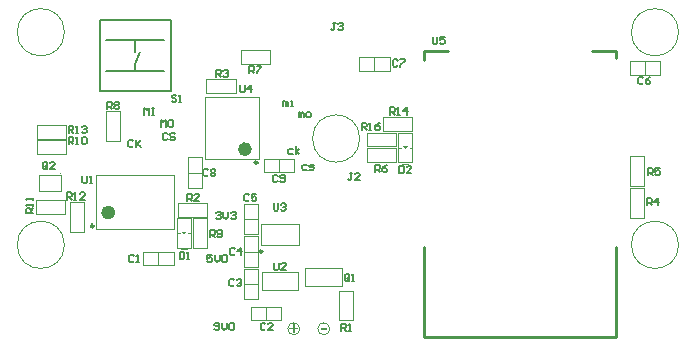
<source format=gbr>
%TF.GenerationSoftware,Altium Limited,Altium Designer,20.1.8 (145)*%
G04 Layer_Color=16777215*
%FSLAX45Y45*%
%MOMM*%
%TF.SameCoordinates,F0989897-1A12-473C-90C7-768902EF80F2*%
%TF.FilePolarity,Positive*%
%TF.FileFunction,Legend,Top*%
%TF.Part,Single*%
G01*
G75*
%TA.AperFunction,NonConductor*%
%ADD39C,0.12700*%
%ADD45C,0.10160*%
%ADD46C,0.60000*%
%ADD47C,0.25000*%
%ADD48C,0.25400*%
%ADD49C,0.20320*%
%ADD50C,0.20000*%
G36*
X1412580Y888276D02*
X1389466Y911390D01*
X1435694D01*
X1412580Y888276D01*
D02*
G37*
G36*
X3286760Y1611336D02*
X3263646Y1634450D01*
X3309874D01*
X3286760Y1611336D01*
D02*
G37*
G36*
X2620597Y81148D02*
X2571164D01*
Y97125D01*
X2620597D01*
Y81148D01*
D02*
G37*
G36*
X2348464Y96302D02*
X2379407D01*
Y83299D01*
X2348464D01*
Y52027D01*
X2335297D01*
Y83299D01*
X2304353D01*
Y96302D01*
X2335297D01*
Y127245D01*
X2348464D01*
Y96302D01*
D02*
G37*
D39*
X2451373Y1479065D02*
X2419633D01*
X2409053Y1468485D01*
Y1447325D01*
X2419633Y1436745D01*
X2451373D01*
X2472533D02*
X2504273D01*
X2514852Y1447325D01*
X2504273Y1457905D01*
X2483113D01*
X2472533Y1468485D01*
X2483113Y1479065D01*
X2514852D01*
X2381973Y1879759D02*
Y1922079D01*
X2392553D01*
X2403133Y1911499D01*
Y1879759D01*
Y1911499D01*
X2413713Y1922079D01*
X2424293Y1911499D01*
Y1879759D01*
X2456033D02*
X2477193D01*
X2487773Y1890339D01*
Y1911499D01*
X2477193Y1922079D01*
X2456033D01*
X2445453Y1911499D01*
Y1890339D01*
X2456033Y1879759D01*
X2253824Y1971090D02*
Y2013409D01*
X2264404D01*
X2274984Y2002830D01*
Y1971090D01*
Y2002830D01*
X2285564Y2013409D01*
X2296143Y2002830D01*
Y1971090D01*
X2317303D02*
X2338463D01*
X2327883D01*
Y2013409D01*
X2317303D01*
X2337097Y1612250D02*
X2305357D01*
X2294777Y1601670D01*
Y1580510D01*
X2305357Y1569930D01*
X2337097D01*
X2358256D02*
Y1633409D01*
Y1591090D02*
X2389996Y1612250D01*
X2358256Y1591090D02*
X2389996Y1569930D01*
X1273866Y1737584D02*
X1263286Y1748164D01*
X1242126D01*
X1231546Y1737584D01*
Y1695264D01*
X1242126Y1684684D01*
X1263286D01*
X1273866Y1695264D01*
X1337346Y1737584D02*
X1326766Y1748164D01*
X1305606D01*
X1295026Y1737584D01*
Y1727004D01*
X1305606Y1716424D01*
X1326766D01*
X1337346Y1705844D01*
Y1695264D01*
X1326766Y1684684D01*
X1305606D01*
X1295026Y1695264D01*
X1217658Y1795000D02*
Y1858480D01*
X1238817Y1837320D01*
X1259977Y1858480D01*
Y1795000D01*
X1312877Y1858480D02*
X1291717D01*
X1281137Y1847900D01*
Y1805580D01*
X1291717Y1795000D01*
X1312877D01*
X1323457Y1805580D01*
Y1847900D01*
X1312877Y1858480D01*
X1075461Y1896388D02*
Y1959868D01*
X1096621Y1938708D01*
X1117781Y1959868D01*
Y1896388D01*
X1138941Y1959868D02*
X1160100D01*
X1149520D01*
Y1896388D01*
X1138941D01*
X1160100D01*
X984683Y1677510D02*
X974103Y1688090D01*
X952943D01*
X942363Y1677510D01*
Y1635190D01*
X952943Y1624610D01*
X974103D01*
X984683Y1635190D01*
X1005843Y1688090D02*
Y1624610D01*
Y1645770D01*
X1048162Y1688090D01*
X1016422Y1656350D01*
X1048162Y1624610D01*
X2743749Y71902D02*
Y132842D01*
X2774219D01*
X2784376Y122685D01*
Y102372D01*
X2774219Y92215D01*
X2743749D01*
X2764063D02*
X2784376Y71902D01*
X2804689D02*
X2825003D01*
X2814846D01*
Y132842D01*
X2804689Y122685D01*
X2812691Y504901D02*
Y545528D01*
X2802534Y555685D01*
X2782220D01*
X2772064Y545528D01*
Y504901D01*
X2782220Y494745D01*
X2802534D01*
X2792377Y515058D02*
X2812691Y494745D01*
X2802534D02*
X2812691Y504901D01*
X2833004Y494745D02*
X2853317D01*
X2843161D01*
Y555685D01*
X2833004Y545528D01*
X1682319Y1071187D02*
X1692899Y1081766D01*
X1714059D01*
X1724639Y1071187D01*
Y1060607D01*
X1714059Y1050027D01*
X1703479D01*
X1714059D01*
X1724639Y1039447D01*
Y1028867D01*
X1714059Y1018287D01*
X1692899D01*
X1682319Y1028867D01*
X1745799Y1081766D02*
Y1039447D01*
X1766958Y1018287D01*
X1788118Y1039447D01*
Y1081766D01*
X1809278Y1071187D02*
X1819858Y1081766D01*
X1841018D01*
X1851598Y1071187D01*
Y1060607D01*
X1841018Y1050027D01*
X1830438D01*
X1841018D01*
X1851598Y1039447D01*
Y1028867D01*
X1841018Y1018287D01*
X1819858D01*
X1809278Y1028867D01*
X1670439Y88776D02*
X1681019Y78196D01*
X1702179D01*
X1712759Y88776D01*
Y131096D01*
X1702179Y141676D01*
X1681019D01*
X1670439Y131096D01*
Y120516D01*
X1681019Y109936D01*
X1712759D01*
X1733919Y141676D02*
Y99356D01*
X1755079Y78196D01*
X1776239Y99356D01*
Y141676D01*
X1797398Y131096D02*
X1807978Y141676D01*
X1829138D01*
X1839718Y131096D01*
Y88776D01*
X1829138Y78196D01*
X1807978D01*
X1797398Y88776D01*
Y131096D01*
X1649952Y715369D02*
X1607632D01*
Y683630D01*
X1628792Y694210D01*
X1639372D01*
X1649952Y683630D01*
Y662470D01*
X1639372Y651890D01*
X1618212D01*
X1607632Y662470D01*
X1671112Y715369D02*
Y673050D01*
X1692271Y651890D01*
X1713431Y673050D01*
Y715369D01*
X1734591Y704790D02*
X1745171Y715369D01*
X1766331D01*
X1776911Y704790D01*
Y662470D01*
X1766331Y651890D01*
X1745171D01*
X1734591Y662470D01*
Y704790D01*
X2917750Y1773693D02*
Y1834633D01*
X2948220D01*
X2958377Y1824476D01*
Y1804163D01*
X2948220Y1794006D01*
X2917750D01*
X2938064D02*
X2958377Y1773693D01*
X2978691D02*
X2999004D01*
X2988847D01*
Y1834633D01*
X2978691Y1824476D01*
X3070101Y1834633D02*
X3049787Y1824476D01*
X3029474Y1804163D01*
Y1783850D01*
X3039631Y1773693D01*
X3059944D01*
X3070101Y1783850D01*
Y1794006D01*
X3059944Y1804163D01*
X3029474D01*
X3235977Y1466630D02*
Y1405689D01*
X3266447D01*
X3276603Y1415846D01*
Y1456473D01*
X3266447Y1466630D01*
X3235977D01*
X3337543Y1405689D02*
X3296917D01*
X3337543Y1446316D01*
Y1456473D01*
X3327387Y1466630D01*
X3307073D01*
X3296917Y1456473D01*
X3156847Y1903015D02*
Y1963955D01*
X3187317D01*
X3197473Y1953798D01*
Y1933485D01*
X3187317Y1923328D01*
X3156847D01*
X3177160D02*
X3197473Y1903015D01*
X3217787D02*
X3238100D01*
X3227944D01*
Y1963955D01*
X3217787Y1953798D01*
X3299040Y1903015D02*
Y1963955D01*
X3268570Y1933485D01*
X3309197D01*
X1347777Y2060071D02*
X1337620Y2070228D01*
X1317306D01*
X1307150Y2060071D01*
Y2049914D01*
X1317306Y2039758D01*
X1337620D01*
X1347777Y2029601D01*
Y2019444D01*
X1337620Y2009288D01*
X1317306D01*
X1307150Y2019444D01*
X1368090Y2009288D02*
X1388403D01*
X1378247D01*
Y2070228D01*
X1368090Y2060071D01*
X2837916Y1409750D02*
X2817603D01*
X2827760D01*
Y1358967D01*
X2817603Y1348810D01*
X2807446D01*
X2797290Y1358967D01*
X2898857Y1348810D02*
X2858230D01*
X2898857Y1389437D01*
Y1399593D01*
X2888700Y1409750D01*
X2868386D01*
X2858230Y1399593D01*
X435749Y1747620D02*
Y1808561D01*
X466219D01*
X476375Y1798404D01*
Y1778090D01*
X466219Y1767934D01*
X435749D01*
X456062D02*
X476375Y1747620D01*
X496689D02*
X517002D01*
X506846D01*
Y1808561D01*
X496689Y1798404D01*
X547472D02*
X557629Y1808561D01*
X577942D01*
X588099Y1798404D01*
Y1788247D01*
X577942Y1778090D01*
X567786D01*
X577942D01*
X588099Y1767934D01*
Y1757777D01*
X577942Y1747620D01*
X557629D01*
X547472Y1757777D01*
X255286Y1453882D02*
Y1494508D01*
X245130Y1504665D01*
X224816D01*
X214659Y1494508D01*
Y1453882D01*
X224816Y1443725D01*
X245130D01*
X234973Y1464038D02*
X255286Y1443725D01*
X245130D02*
X255286Y1453882D01*
X316226Y1443725D02*
X275600D01*
X316226Y1484352D01*
Y1494508D01*
X306070Y1504665D01*
X285756D01*
X275600Y1494508D01*
X420016Y1182016D02*
Y1242957D01*
X450487D01*
X460643Y1232800D01*
Y1212487D01*
X450487Y1202330D01*
X420016D01*
X440330D02*
X460643Y1182016D01*
X480957D02*
X501270D01*
X491113D01*
Y1242957D01*
X480957Y1232800D01*
X572367Y1182016D02*
X531740D01*
X572367Y1222643D01*
Y1232800D01*
X562210Y1242957D01*
X541897D01*
X531740Y1232800D01*
X134350Y1067376D02*
X73410D01*
Y1097846D01*
X83567Y1108003D01*
X103880D01*
X114037Y1097846D01*
Y1067376D01*
Y1087689D02*
X134350Y1108003D01*
Y1128316D02*
Y1148630D01*
Y1138473D01*
X73410D01*
X83567Y1128316D01*
X134350Y1179100D02*
Y1199413D01*
Y1189256D01*
X73410D01*
X83567Y1179100D01*
X434924Y1649457D02*
Y1710397D01*
X465394D01*
X475550Y1700241D01*
Y1679927D01*
X465394Y1669771D01*
X434924D01*
X455237D02*
X475550Y1649457D01*
X495864D02*
X516177D01*
X506021D01*
Y1710397D01*
X495864Y1700241D01*
X546647D02*
X556804Y1710397D01*
X577117D01*
X587274Y1700241D01*
Y1659614D01*
X577117Y1649457D01*
X556804D01*
X546647Y1659614D01*
Y1700241D01*
X1632273Y864717D02*
Y925657D01*
X1662743D01*
X1672900Y915500D01*
Y895187D01*
X1662743Y885030D01*
X1632273D01*
X1652586D02*
X1672900Y864717D01*
X1693213Y874874D02*
X1703370Y864717D01*
X1723683D01*
X1733840Y874874D01*
Y915500D01*
X1723683Y925657D01*
X1703370D01*
X1693213Y915500D01*
Y905344D01*
X1703370Y895187D01*
X1733840D01*
X1375671Y739831D02*
Y678891D01*
X1406141D01*
X1416298Y689047D01*
Y729674D01*
X1406141Y739831D01*
X1375671D01*
X1436611Y678891D02*
X1456924D01*
X1446768D01*
Y739831D01*
X1436611Y729674D01*
X762104Y1949514D02*
Y2010454D01*
X792574D01*
X802731Y2000298D01*
Y1979984D01*
X792574Y1969828D01*
X762104D01*
X782418D02*
X802731Y1949514D01*
X823044Y2000298D02*
X833201Y2010454D01*
X853514D01*
X863671Y2000298D01*
Y1990141D01*
X853514Y1979984D01*
X863671Y1969828D01*
Y1959671D01*
X853514Y1949514D01*
X833201D01*
X823044Y1959671D01*
Y1969828D01*
X833201Y1979984D01*
X823044Y1990141D01*
Y2000298D01*
X833201Y1979984D02*
X853514D01*
X1965977Y2252990D02*
Y2313930D01*
X1996447D01*
X2006603Y2303773D01*
Y2283460D01*
X1996447Y2273303D01*
X1965977D01*
X1986290D02*
X2006603Y2252990D01*
X2026917Y2313930D02*
X2067543D01*
Y2303773D01*
X2026917Y2263147D01*
Y2252990D01*
X3517737Y2563089D02*
Y2512305D01*
X3527894Y2502149D01*
X3548207D01*
X3558364Y2512305D01*
Y2563089D01*
X3619304D02*
X3578677D01*
Y2532619D01*
X3598991Y2542775D01*
X3609147D01*
X3619304Y2532619D01*
Y2512305D01*
X3609147Y2502149D01*
X3588834D01*
X3578677Y2512305D01*
X1889091Y2151538D02*
Y2100755D01*
X1899248Y2090598D01*
X1919561D01*
X1929718Y2100755D01*
Y2151538D01*
X1980502Y2090598D02*
Y2151538D01*
X1950031Y2121068D01*
X1990658D01*
X2171941Y1150132D02*
Y1099348D01*
X2182097Y1089192D01*
X2202411D01*
X2212567Y1099348D01*
Y1150132D01*
X2232881Y1139975D02*
X2243037Y1150132D01*
X2263351D01*
X2273508Y1139975D01*
Y1129818D01*
X2263351Y1119662D01*
X2253194D01*
X2263351D01*
X2273508Y1109505D01*
Y1099348D01*
X2263351Y1089192D01*
X2243037D01*
X2232881Y1099348D01*
X2173046Y647306D02*
Y596522D01*
X2183203Y586366D01*
X2203516D01*
X2213673Y596522D01*
Y647306D01*
X2274613Y586366D02*
X2233986D01*
X2274613Y626992D01*
Y637149D01*
X2264456Y647306D01*
X2244143D01*
X2233986Y637149D01*
X552317Y1385721D02*
Y1334937D01*
X562473Y1324781D01*
X582787D01*
X592943Y1334937D01*
Y1385721D01*
X613257Y1324781D02*
X633570D01*
X623414D01*
Y1385721D01*
X613257Y1375564D01*
X3031863Y1417304D02*
Y1478244D01*
X3062333D01*
X3072490Y1468087D01*
Y1447774D01*
X3062333Y1437617D01*
X3031863D01*
X3052177D02*
X3072490Y1417304D01*
X3133430Y1478244D02*
X3113117Y1468087D01*
X3092803Y1447774D01*
Y1427461D01*
X3102960Y1417304D01*
X3123273D01*
X3133430Y1427461D01*
Y1437617D01*
X3123273Y1447774D01*
X3092803D01*
X5339462Y1389713D02*
Y1450653D01*
X5369932D01*
X5380089Y1440496D01*
Y1420183D01*
X5369932Y1410026D01*
X5339462D01*
X5359775D02*
X5380089Y1389713D01*
X5441029Y1450653D02*
X5400402D01*
Y1420183D01*
X5420715Y1430340D01*
X5430872D01*
X5441029Y1420183D01*
Y1399870D01*
X5430872Y1389713D01*
X5410559D01*
X5400402Y1399870D01*
X5333557Y1132850D02*
Y1193790D01*
X5364027D01*
X5374183Y1183633D01*
Y1163320D01*
X5364027Y1153163D01*
X5333557D01*
X5353870D02*
X5374183Y1132850D01*
X5424967D02*
Y1193790D01*
X5394497Y1163320D01*
X5435123D01*
X1683302Y2222749D02*
Y2283689D01*
X1713773D01*
X1723929Y2273532D01*
Y2253219D01*
X1713773Y2243062D01*
X1683302D01*
X1703616D02*
X1723929Y2222749D01*
X1744243Y2273532D02*
X1754399Y2283689D01*
X1774713D01*
X1784869Y2273532D01*
Y2263375D01*
X1774713Y2253219D01*
X1764556D01*
X1774713D01*
X1784869Y2243062D01*
Y2232905D01*
X1774713Y2222749D01*
X1754399D01*
X1744243Y2232905D01*
X1439949Y1169956D02*
Y1230896D01*
X1470419D01*
X1480575Y1220739D01*
Y1200426D01*
X1470419Y1190269D01*
X1439949D01*
X1460262D02*
X1480575Y1169956D01*
X1541516D02*
X1500889D01*
X1541516Y1210583D01*
Y1220739D01*
X1531359Y1230896D01*
X1511045D01*
X1500889Y1220739D01*
X1616995Y1431093D02*
X1606838Y1441250D01*
X1586525D01*
X1576368Y1431093D01*
Y1390467D01*
X1586525Y1380310D01*
X1606838D01*
X1616995Y1390467D01*
X1637308Y1431093D02*
X1647465Y1441250D01*
X1667778D01*
X1677935Y1431093D01*
Y1420937D01*
X1667778Y1410780D01*
X1677935Y1400623D01*
Y1390467D01*
X1667778Y1380310D01*
X1647465D01*
X1637308Y1390467D01*
Y1400623D01*
X1647465Y1410780D01*
X1637308Y1420937D01*
Y1431093D01*
X1647465Y1410780D02*
X1667778D01*
X3221772Y2358822D02*
X3211616Y2368979D01*
X3191302D01*
X3181146Y2358822D01*
Y2318196D01*
X3191302Y2308039D01*
X3211616D01*
X3221772Y2318196D01*
X3242086Y2368979D02*
X3282713D01*
Y2358822D01*
X3242086Y2318196D01*
Y2308039D01*
X2204723Y1384928D02*
X2194567Y1395085D01*
X2174253D01*
X2164097Y1384928D01*
Y1344302D01*
X2174253Y1334145D01*
X2194567D01*
X2204723Y1344302D01*
X2225037D02*
X2235193Y1334145D01*
X2255507D01*
X2265663Y1344302D01*
Y1384928D01*
X2255507Y1395085D01*
X2235193D01*
X2225037Y1384928D01*
Y1374772D01*
X2235193Y1364615D01*
X2265663D01*
X5300902Y2213017D02*
X5290745Y2223173D01*
X5270432D01*
X5260275Y2213017D01*
Y2172390D01*
X5270432Y2162233D01*
X5290745D01*
X5300902Y2172390D01*
X5361842Y2223173D02*
X5341529Y2213017D01*
X5321215Y2192703D01*
Y2172390D01*
X5331372Y2162233D01*
X5351686D01*
X5361842Y2172390D01*
Y2182547D01*
X5351686Y2192703D01*
X5321215D01*
X1965321Y1220739D02*
X1955164Y1230896D01*
X1934851D01*
X1924694Y1220739D01*
Y1180112D01*
X1934851Y1169956D01*
X1955164D01*
X1965321Y1180112D01*
X2026261Y1230896D02*
X1985635D01*
Y1200426D01*
X2005948Y1210583D01*
X2016105D01*
X2026261Y1200426D01*
Y1180112D01*
X2016105Y1169956D01*
X1995791D01*
X1985635Y1180112D01*
X1842232Y763736D02*
X1832075Y773893D01*
X1811762D01*
X1801605Y763736D01*
Y723109D01*
X1811762Y712953D01*
X1832075D01*
X1842232Y723109D01*
X1893016Y712953D02*
Y773893D01*
X1862545Y743423D01*
X1903172D01*
X1836758Y499021D02*
X1826601Y509178D01*
X1806287D01*
X1796131Y499021D01*
Y458394D01*
X1806287Y448237D01*
X1826601D01*
X1836758Y458394D01*
X1857071Y499021D02*
X1867228Y509178D01*
X1887541D01*
X1897698Y499021D01*
Y488864D01*
X1887541Y478707D01*
X1877384D01*
X1887541D01*
X1897698Y468551D01*
Y458394D01*
X1887541Y448237D01*
X1867228D01*
X1857071Y458394D01*
X2101955Y131628D02*
X2091799Y141784D01*
X2071485D01*
X2061329Y131628D01*
Y91001D01*
X2071485Y80844D01*
X2091799D01*
X2101955Y91001D01*
X2162896Y80844D02*
X2122269D01*
X2162896Y121471D01*
Y131628D01*
X2152739Y141784D01*
X2132426D01*
X2122269Y131628D01*
X989626Y706427D02*
X979470Y716584D01*
X959156D01*
X949000Y706427D01*
Y665800D01*
X959156Y655643D01*
X979470D01*
X989626Y665800D01*
X1009940Y655643D02*
X1030253D01*
X1020097D01*
Y716584D01*
X1009940Y706427D01*
X2696210Y2679112D02*
X2675897D01*
X2686054D01*
Y2628329D01*
X2675897Y2618172D01*
X2665740D01*
X2655583Y2628329D01*
X2716524Y2668956D02*
X2726680Y2679112D01*
X2746994D01*
X2757150Y2668956D01*
Y2658799D01*
X2746994Y2648642D01*
X2736837D01*
X2746994D01*
X2757150Y2638485D01*
Y2628329D01*
X2746994Y2618172D01*
X2726680D01*
X2716524Y2628329D01*
D45*
X400000Y800000D02*
G03*
X400000Y800000I-200000J0D01*
G01*
X5600000D02*
G03*
X5600000Y800000I-200000J0D01*
G01*
Y2600000D02*
G03*
X5600000Y2600000I-200000J0D01*
G01*
X2900000Y1700000D02*
G03*
X2900000Y1700000I-200000J0D01*
G01*
X400000Y2599999D02*
G03*
X400000Y2599999I-200000J0D01*
G01*
X364805Y1404900D02*
G03*
X364805Y1404900I-5080J0D01*
G01*
X2646680Y88900D02*
G03*
X2646680Y88900I-50800J0D01*
G01*
X2392680D02*
G03*
X2392680Y88900I-50800J0D01*
G01*
X2839440Y161608D02*
Y410528D01*
X2722600Y161608D02*
X2839440D01*
X2722600D02*
Y410528D01*
X2839440D01*
X2440940Y447460D02*
Y599860D01*
Y447460D02*
X2750820D01*
X2440940Y599860D02*
X2750820Y599860D01*
X2750820Y447460D01*
X670480Y934740D02*
X1330880D01*
X670480Y1386860D02*
X1330880D01*
X670480Y934740D02*
Y1386860D01*
X1330880Y934740D02*
Y1386860D01*
X2347300Y1412875D02*
Y1529715D01*
X2088221D02*
X2347300D01*
X2088221Y1412875D02*
Y1529715D01*
Y1412875D02*
X2347300D01*
X2217761Y1412875D02*
Y1529715D01*
X1444060Y1281240D02*
X1560900D01*
Y1540320D01*
X1444060D02*
X1560900D01*
X1444060Y1281240D02*
Y1540320D01*
Y1410780D02*
X1560900D01*
X5188289Y1301310D02*
X5305129D01*
Y1550230D01*
X5188289D02*
X5305129D01*
X5188289Y1301310D02*
Y1550230D01*
X2960600Y1616710D02*
X3209520D01*
Y1499870D02*
Y1616710D01*
X2960600Y1499870D02*
X3209520D01*
X2960600D02*
Y1616710D01*
X2960579Y1633220D02*
Y1750061D01*
Y1633220D02*
X3209500D01*
Y1750061D01*
X2960579D02*
X3209500D01*
X3097300Y1883410D02*
X3346220D01*
Y1766570D02*
Y1883410D01*
X3097300Y1766570D02*
X3346220D01*
X3097300D02*
Y1883410D01*
X2069430Y414521D02*
Y566921D01*
Y414521D02*
X2379310D01*
X2069430Y566921D02*
X2379310Y566921D01*
X2379310Y414521D01*
X1978385Y160020D02*
Y276860D01*
Y160020D02*
X2237465D01*
Y276860D01*
X1978385D02*
X2237465D01*
X2107925Y160020D02*
Y276860D01*
X1918961Y742667D02*
X2035801D01*
Y613127D02*
Y872207D01*
X1918961Y613127D02*
X2035801D01*
X1918961D02*
Y872207D01*
X2035801D01*
X1918961Y339260D02*
X2035801D01*
Y598340D01*
X1918961D02*
X2035801D01*
X1918961Y339260D02*
Y598340D01*
Y468800D02*
X2035801D01*
X1918961Y1020056D02*
X2035801D01*
Y1149596D02*
X2035801Y890516D01*
X1918960Y890516D02*
X2035801Y890516D01*
X1918960Y890516D02*
X1918961Y1149596D01*
X2035801D01*
X750660Y1681945D02*
Y1930865D01*
X867500D01*
Y1681945D02*
Y1930865D01*
X750660Y1681945D02*
X867500D01*
X1490415Y775500D02*
X1607255D01*
Y1024420D01*
X1490415D02*
X1607255D01*
X1490415Y775500D02*
Y1024420D01*
X5443672Y2240844D02*
Y2357684D01*
X5184592D02*
X5443672D01*
X5184592Y2240844D02*
Y2357684D01*
Y2240844D02*
X5443672D01*
X5314132Y2240844D02*
Y2357684D01*
X1354160Y775500D02*
X1471000D01*
X1354160D02*
Y1024420D01*
X1471000Y775500D02*
Y1024420D01*
X1387180Y762800D02*
X1437980D01*
X1447580Y899960D02*
X1471000D01*
X1354160D02*
X1377580D01*
X1354160Y1024420D02*
X1471000D01*
X3228340Y1747480D02*
X3345180D01*
X3228340Y1623019D02*
X3251760Y1623020D01*
X3321760D02*
X3345180Y1623019D01*
X3261360Y1485860D02*
X3312160D01*
X3345180Y1498560D02*
Y1747480D01*
X3228340Y1498560D02*
Y1747480D01*
Y1498560D02*
X3345180D01*
X1586660Y2051620D02*
X2051480D01*
X1586660Y1528380D02*
X2051480D01*
X1586660D02*
Y2051620D01*
X2051480Y1528380D02*
Y2051620D01*
X164868Y1569212D02*
X413788D01*
X164868D02*
Y1686052D01*
X413788D01*
Y1569212D02*
Y1686052D01*
X164868Y1815697D02*
X413788D01*
Y1698857D02*
Y1815697D01*
X164868Y1698857D02*
X413788D01*
X164868D02*
Y1815697D01*
X159393Y1064260D02*
X408313D01*
X159393D02*
Y1181100D01*
X408313D01*
Y1064260D02*
Y1181100D01*
X1607025Y1035441D02*
Y1152281D01*
X1358105D02*
X1607025D01*
X1358105Y1035441D02*
Y1152281D01*
Y1035441D02*
X1607025D01*
X1600718Y2088318D02*
Y2205158D01*
Y2088318D02*
X1849638D01*
Y2205158D01*
X1600718D02*
X1849638D01*
X5188289Y1029670D02*
X5305129D01*
Y1278590D01*
X5188289D02*
X5305129D01*
X5188289Y1029670D02*
Y1278590D01*
X1893509Y2333144D02*
Y2449984D01*
Y2333144D02*
X2142429D01*
Y2449984D01*
X1893509D02*
X2142429D01*
X445770Y909725D02*
X562610D01*
Y1158645D01*
X445770D02*
X562610D01*
X445770Y909725D02*
Y1158645D01*
X1195520Y624848D02*
Y741688D01*
X1065980D02*
X1325060D01*
Y624848D02*
Y741688D01*
X1065980Y624848D02*
X1325060D01*
X1065980D02*
Y741688D01*
X3024762Y2271364D02*
Y2388204D01*
X2895222D02*
X3154302D01*
Y2271364D02*
Y2388204D01*
X2895222Y2271364D02*
X3154302D01*
X2895222D02*
Y2388204D01*
X2061810Y795331D02*
Y973131D01*
X2386930Y795331D02*
Y973131D01*
X2061810Y795331D02*
X2386930D01*
X2061810Y973131D02*
X2386930D01*
X185420Y1255292D02*
X368300D01*
Y1392452D01*
X185420Y1255292D02*
Y1392452D01*
X368300D01*
D46*
X800760Y1073380D02*
G03*
X800760Y1073380I-30000J0D01*
G01*
X1957800Y1610000D02*
G03*
X1957800Y1610000I-30000J0D01*
G01*
D47*
X649452Y959124D02*
G03*
X649452Y959124I-12500J0D01*
G01*
X2035278Y1495868D02*
G03*
X2035278Y1495868I-12500J0D01*
G01*
X2076521Y742893D02*
G03*
X2076521Y742893I-12500J0D01*
G01*
D48*
X5071496Y17569D02*
Y779569D01*
Y2379769D02*
Y2443269D01*
X4868296D02*
X5071496D01*
X3445896D02*
X3649096D01*
X3445896Y2367069D02*
Y2443269D01*
Y17569D02*
Y779569D01*
Y17569D02*
X5071496D01*
D49*
X1000000Y2435293D02*
Y2535000D01*
Y2270000D02*
Y2333960D01*
X751340Y2535000D02*
X1241560D01*
X751340Y2270000D02*
X1241560D01*
X702800Y2700000D02*
X1302800D01*
X1000000Y2333960D02*
X1042452Y2435293D01*
D50*
X702800Y2100000D02*
Y2700000D01*
X1302800Y2100000D02*
Y2700000D01*
X702800Y2100000D02*
X1302800D01*
%TF.MD5,d1e182bc93588628439ef2f40455e1c3*%
M02*

</source>
